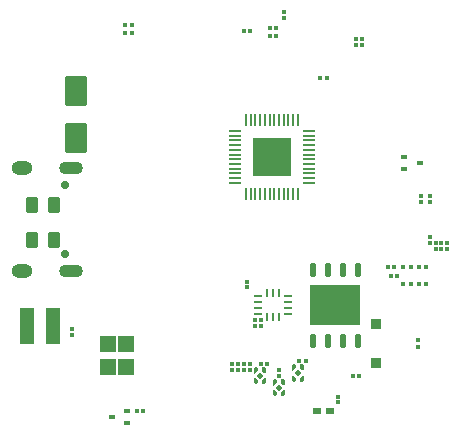
<source format=gbr>
%TF.GenerationSoftware,KiCad,Pcbnew,9.0.6*%
%TF.CreationDate,2025-12-27T02:42:01+01:00*%
%TF.ProjectId,hardware,68617264-7761-4726-952e-6b696361645f,rev?*%
%TF.SameCoordinates,Original*%
%TF.FileFunction,Soldermask,Bot*%
%TF.FilePolarity,Negative*%
%FSLAX46Y46*%
G04 Gerber Fmt 4.6, Leading zero omitted, Abs format (unit mm)*
G04 Created by KiCad (PCBNEW 9.0.6) date 2025-12-27 02:42:01*
%MOMM*%
%LPD*%
G01*
G04 APERTURE LIST*
G04 Aperture macros list*
%AMRoundRect*
0 Rectangle with rounded corners*
0 $1 Rounding radius*
0 $2 $3 $4 $5 $6 $7 $8 $9 X,Y pos of 4 corners*
0 Add a 4 corners polygon primitive as box body*
4,1,4,$2,$3,$4,$5,$6,$7,$8,$9,$2,$3,0*
0 Add four circle primitives for the rounded corners*
1,1,$1+$1,$2,$3*
1,1,$1+$1,$4,$5*
1,1,$1+$1,$6,$7*
1,1,$1+$1,$8,$9*
0 Add four rect primitives between the rounded corners*
20,1,$1+$1,$2,$3,$4,$5,0*
20,1,$1+$1,$4,$5,$6,$7,0*
20,1,$1+$1,$6,$7,$8,$9,0*
20,1,$1+$1,$8,$9,$2,$3,0*%
%AMRotRect*
0 Rectangle, with rotation*
0 The origin of the aperture is its center*
0 $1 length*
0 $2 width*
0 $3 Rotation angle, in degrees counterclockwise*
0 Add horizontal line*
21,1,$1,$2,0,0,$3*%
%AMFreePoly0*
4,1,13,0.135355,0.205355,0.150000,0.170000,0.150000,-0.080000,0.135355,-0.115355,-0.064645,-0.315355,-0.100000,-0.330000,-0.135355,-0.315355,-0.150000,-0.280000,-0.150000,0.170000,-0.135355,0.205355,-0.100000,0.220000,0.100000,0.220000,0.135355,0.205355,0.135355,0.205355,$1*%
%AMFreePoly1*
4,1,14,0.125355,0.205355,0.140000,0.170000,0.140000,-0.230000,0.125355,-0.265355,0.090000,-0.280000,0.040000,-0.280000,0.004645,-0.265355,-0.145355,-0.115355,-0.160000,-0.080000,-0.160000,0.170000,-0.145355,0.205355,-0.110000,0.220000,0.090000,0.220000,0.125355,0.205355,0.125355,0.205355,$1*%
%AMFreePoly2*
4,1,14,0.125355,0.255355,0.140000,0.220000,0.140000,-0.180000,0.125355,-0.215355,0.090000,-0.230000,-0.110000,-0.230000,-0.145355,-0.215355,-0.160000,-0.180000,-0.160000,0.070000,-0.145355,0.105355,0.004645,0.255355,0.040000,0.270000,0.090000,0.270000,0.125355,0.255355,0.125355,0.255355,$1*%
%AMFreePoly3*
4,1,14,-0.014645,0.265355,0.135355,0.115355,0.150000,0.080000,0.150000,-0.170000,0.135355,-0.205355,0.100000,-0.220000,-0.100000,-0.220000,-0.135355,-0.205355,-0.150000,-0.170000,-0.150000,0.230000,-0.135355,0.265355,-0.100000,0.280000,-0.050000,0.280000,-0.014645,0.265355,-0.014645,0.265355,$1*%
G04 Aperture macros list end*
%ADD10C,0.700000*%
%ADD11O,2.000000X1.100000*%
%ADD12O,1.800000X1.200000*%
%ADD13R,0.320000X0.370000*%
%ADD14R,0.300000X0.320000*%
%ADD15R,0.450000X0.450000*%
%ADD16R,0.370000X0.320000*%
%ADD17FreePoly0,0.000000*%
%ADD18FreePoly1,0.000000*%
%ADD19FreePoly2,0.000000*%
%ADD20FreePoly3,0.000000*%
%ADD21RotRect,0.450000X0.450000X315.000000*%
%ADD22O,0.580000X1.280000*%
%ADD23R,4.300000X3.400000*%
%ADD24R,0.840000X0.910000*%
%ADD25R,0.790000X0.540000*%
%ADD26RoundRect,0.260556X0.677444X-1.027444X0.677444X1.027444X-0.677444X1.027444X-0.677444X-1.027444X0*%
%ADD27R,0.320000X0.300000*%
%ADD28R,1.200000X3.100000*%
%ADD29R,1.350000X1.410000*%
%ADD30RoundRect,0.250000X0.262500X0.450000X-0.262500X0.450000X-0.262500X-0.450000X0.262500X-0.450000X0*%
%ADD31R,1.000000X0.200000*%
%ADD32R,0.200000X1.000000*%
%ADD33R,3.200000X3.200000*%
%ADD34R,0.680000X0.280000*%
%ADD35R,0.280000X0.680000*%
%ADD36R,0.510000X0.400000*%
G04 APERTURE END LIST*
D10*
%TO.C,USB1*%
X138882500Y-105110000D03*
X138882500Y-110890000D03*
D11*
X139412500Y-103680000D03*
D12*
X135202500Y-103680000D03*
D11*
X139412500Y-112320000D03*
D12*
X135202500Y-112320000D03*
%TD*%
D13*
%TO.C,C10*%
X155000000Y-117020000D03*
X155000000Y-116480000D03*
%TD*%
D14*
%TO.C,R15*%
X156750000Y-92500000D03*
X156270000Y-92500000D03*
%TD*%
D15*
%TO.C,U1*%
X169480000Y-112030000D03*
X168820000Y-112030000D03*
X168180000Y-112030000D03*
X167520000Y-112030000D03*
X167520000Y-113470000D03*
X168180000Y-113470000D03*
X168820000Y-113470000D03*
X169480000Y-113470000D03*
%TD*%
D14*
%TO.C,R19*%
X166260000Y-112000000D03*
X166740000Y-112000000D03*
%TD*%
D13*
%TO.C,C21*%
X157400000Y-90430000D03*
X157400000Y-90970000D03*
%TD*%
%TO.C,C127*%
X170750000Y-110520000D03*
X170750000Y-109980000D03*
%TD*%
%TO.C,C133*%
X154000000Y-120230000D03*
X154000000Y-120770000D03*
%TD*%
%TO.C,C4*%
X154500000Y-120230000D03*
X154500000Y-120770000D03*
%TD*%
D16*
%TO.C,C131*%
X156020000Y-120250000D03*
X155480000Y-120250000D03*
%TD*%
D17*
%TO.C,U53*%
X155090000Y-120750000D03*
D18*
X155750000Y-120750000D03*
D19*
X155750000Y-121700000D03*
D20*
X155090000Y-121710000D03*
D21*
X155420000Y-121230000D03*
%TD*%
D22*
%TO.C,U73*%
X163660000Y-118260000D03*
X162380000Y-118260000D03*
X161120000Y-118260000D03*
X159850000Y-118260000D03*
X159850000Y-112240000D03*
X161120000Y-112240000D03*
X162380000Y-112240000D03*
X163660000Y-112240000D03*
D23*
X161750000Y-115250000D03*
%TD*%
D13*
%TO.C,C124*%
X171250000Y-109980000D03*
X171250000Y-110520000D03*
%TD*%
%TO.C,C5*%
X155500000Y-117020000D03*
X155500000Y-116480000D03*
%TD*%
D24*
%TO.C,D2*%
X165250000Y-120160000D03*
X165250000Y-116840000D03*
%TD*%
D25*
%TO.C,C29*%
X160200000Y-124250000D03*
X161300000Y-124250000D03*
%TD*%
D13*
%TO.C,C14*%
X153000000Y-120770000D03*
X153000000Y-120230000D03*
%TD*%
D14*
%TO.C,R16*%
X156270000Y-91750000D03*
X156750000Y-91750000D03*
%TD*%
D17*
%TO.C,U3*%
X156670000Y-121770000D03*
D18*
X157330000Y-121770000D03*
D19*
X157330000Y-122720000D03*
D20*
X156670000Y-122730000D03*
D21*
X157000000Y-122250000D03*
%TD*%
D26*
%TO.C,D1*%
X139800000Y-101100000D03*
X139800000Y-97100000D03*
%TD*%
D27*
%TO.C,R26*%
X169750000Y-109510000D03*
X169750000Y-109990000D03*
%TD*%
D28*
%TO.C,L3*%
X137850000Y-117000000D03*
X135650000Y-117000000D03*
%TD*%
D16*
%TO.C,C15*%
X163480000Y-92750000D03*
X164020000Y-92750000D03*
%TD*%
D29*
%TO.C,C18*%
X142500000Y-118500000D03*
X142500000Y-120500000D03*
%TD*%
D16*
%TO.C,C126*%
X161020000Y-96000000D03*
X160480000Y-96000000D03*
%TD*%
D30*
%TO.C,R2*%
X137912500Y-106750000D03*
X136087500Y-106750000D03*
%TD*%
D16*
%TO.C,C3*%
X143980000Y-92250000D03*
X144520000Y-92250000D03*
%TD*%
D13*
%TO.C,C123*%
X169000000Y-106520000D03*
X169000000Y-105980000D03*
%TD*%
D16*
%TO.C,C27*%
X163230000Y-121250000D03*
X163770000Y-121250000D03*
%TD*%
D14*
%TO.C,R29*%
X145490000Y-124250000D03*
X145010000Y-124250000D03*
%TD*%
D13*
%TO.C,C129*%
X168750000Y-118770000D03*
X168750000Y-118230000D03*
%TD*%
%TO.C,C11*%
X157000000Y-120730000D03*
X157000000Y-121270000D03*
%TD*%
D16*
%TO.C,C125*%
X159270000Y-120000000D03*
X158730000Y-120000000D03*
%TD*%
D27*
%TO.C,R22*%
X162000000Y-123490000D03*
X162000000Y-123010000D03*
%TD*%
D31*
%TO.C,U8*%
X159500000Y-100500000D03*
X159500000Y-100900000D03*
X159500000Y-101300000D03*
X159500000Y-101700000D03*
X159500000Y-102100000D03*
X159500000Y-102500000D03*
X159500000Y-102900000D03*
X159500000Y-103300000D03*
X159500000Y-103700000D03*
X159500000Y-104100000D03*
X159500000Y-104500000D03*
X159500000Y-104900000D03*
D32*
X158600000Y-105800000D03*
X158200000Y-105800000D03*
X157800000Y-105800000D03*
X157400000Y-105800000D03*
X157000000Y-105800000D03*
X156600000Y-105800000D03*
X156200000Y-105800000D03*
X155800000Y-105800000D03*
X155400000Y-105800000D03*
X155000000Y-105800000D03*
X154600000Y-105800000D03*
X154200000Y-105800000D03*
D31*
X153300000Y-104900000D03*
X153300000Y-104500000D03*
X153300000Y-104100000D03*
X153300000Y-103700000D03*
X153300000Y-103300000D03*
X153300000Y-102900000D03*
X153300000Y-102500000D03*
X153300000Y-102100000D03*
X153300000Y-101700000D03*
X153300000Y-101300000D03*
X153300000Y-100900000D03*
X153300000Y-100500000D03*
D32*
X154200000Y-99600000D03*
X154600000Y-99600000D03*
X155000000Y-99600000D03*
X155400000Y-99600000D03*
X155800000Y-99600000D03*
X156200000Y-99600000D03*
X156600000Y-99600000D03*
X157000000Y-99600000D03*
X157400000Y-99600000D03*
X157800000Y-99600000D03*
X158200000Y-99600000D03*
X158600000Y-99600000D03*
D33*
X156400000Y-102700000D03*
%TD*%
D34*
%TO.C,U2*%
X157760000Y-114500000D03*
X157760000Y-115000000D03*
X157760000Y-115500000D03*
X157760000Y-116000000D03*
D35*
X157000000Y-116260000D03*
X156500000Y-116260000D03*
X156000000Y-116260000D03*
D34*
X155240000Y-116000000D03*
X155240000Y-115500000D03*
X155240000Y-115000000D03*
X155240000Y-114500000D03*
D35*
X156000000Y-114240000D03*
X156500000Y-114240000D03*
X157000000Y-114240000D03*
%TD*%
D30*
%TO.C,R1*%
X137912500Y-109750000D03*
X136087500Y-109750000D03*
%TD*%
D36*
%TO.C,Q2*%
X144150000Y-124250000D03*
X144150000Y-125250000D03*
X142850000Y-124750000D03*
%TD*%
D17*
%TO.C,U48*%
X158250000Y-120520000D03*
D18*
X158910000Y-120520000D03*
D19*
X158910000Y-121470000D03*
D20*
X158250000Y-121480000D03*
D21*
X158580000Y-121000000D03*
%TD*%
D29*
%TO.C,C17*%
X144000000Y-118500000D03*
X144000000Y-120500000D03*
%TD*%
D27*
%TO.C,R245*%
X139500000Y-117740000D03*
X139500000Y-117260000D03*
%TD*%
D13*
%TO.C,C130*%
X153500000Y-120770000D03*
X153500000Y-120230000D03*
%TD*%
D16*
%TO.C,C16*%
X164020000Y-93250000D03*
X163480000Y-93250000D03*
%TD*%
%TO.C,C6*%
X143980000Y-91500000D03*
X144520000Y-91500000D03*
%TD*%
%TO.C,C13*%
X154540000Y-92000000D03*
X154000000Y-92000000D03*
%TD*%
D27*
%TO.C,R23*%
X154250000Y-113740000D03*
X154250000Y-113260000D03*
%TD*%
D14*
%TO.C,R20*%
X166510000Y-112750000D03*
X166990000Y-112750000D03*
%TD*%
D13*
%TO.C,C8*%
X170250000Y-109980000D03*
X170250000Y-110520000D03*
%TD*%
%TO.C,C132*%
X169750000Y-106520000D03*
X169750000Y-105980000D03*
%TD*%
D36*
%TO.C,Q1*%
X167600000Y-103750000D03*
X167600000Y-102750000D03*
X168900000Y-103250000D03*
%TD*%
M02*

</source>
